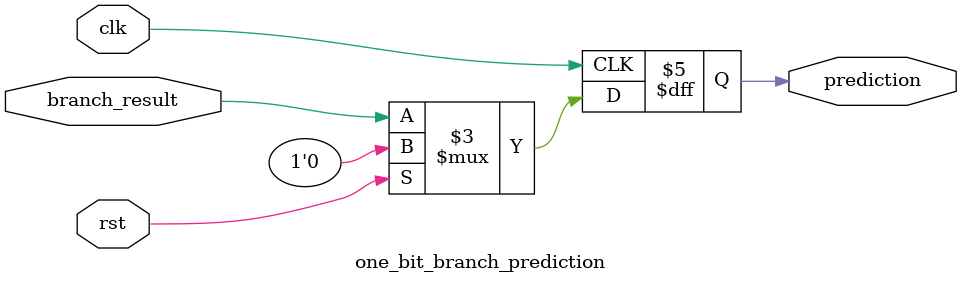
<source format=v>
`timescale 1ns / 1ps
/*
    One bit branch prediction
*/
module one_bit_branch_prediction(
    input clk,
    input rst,
    input branch_result,
    output reg prediction
    );

always@(posedge clk)begin
    if(rst)
        prediction <= 0;
    else
        prediction <= branch_result;
end

endmodule

</source>
